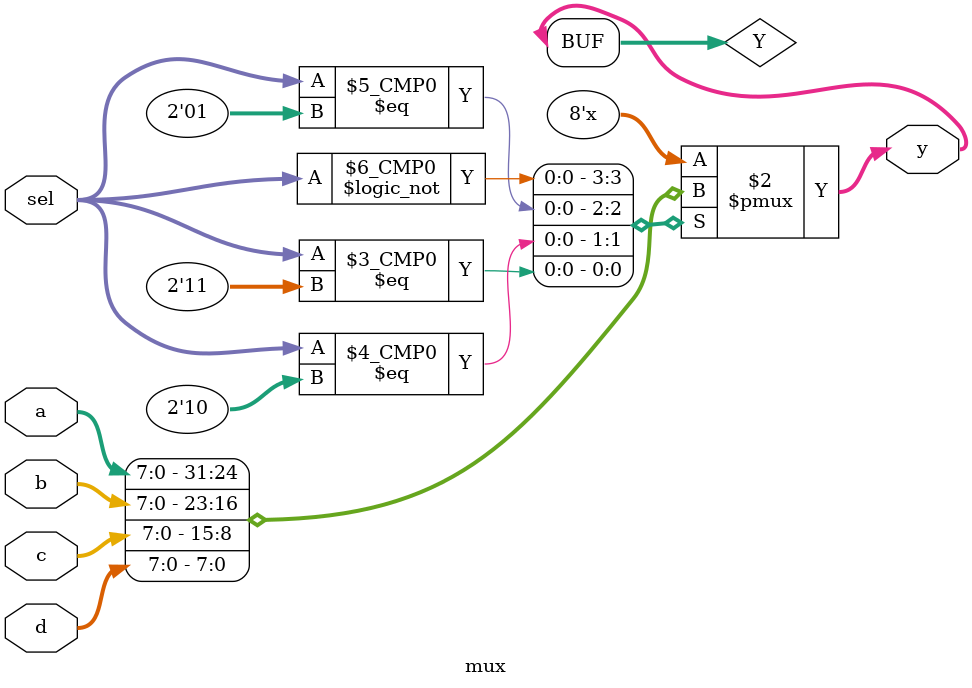
<source format=v>
`timescale 1ns / 1ps

module mux (
input [7:0] a,b,c,d,//input
input [1:0] sel,//2-bit select
output [7:0]  y// output
);
reg [7:0] Y;
always @ (*)
    begin
        case (sel) //case select
          0: Y=a;
          1: Y=b;
          2: Y=c;
          3: Y=d;
          default:;
        endcase
    end
assign y = Y;
endmodule

</source>
